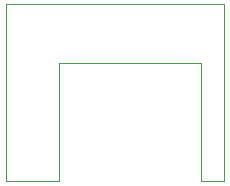
<source format=gbr>
%TF.GenerationSoftware,KiCad,Pcbnew,(6.0.6)*%
%TF.CreationDate,2022-06-25T15:25:50+03:00*%
%TF.ProjectId,EnkooderL,456e6b6f-6f64-4657-924c-2e6b69636164,rev?*%
%TF.SameCoordinates,Original*%
%TF.FileFunction,Profile,NP*%
%FSLAX46Y46*%
G04 Gerber Fmt 4.6, Leading zero omitted, Abs format (unit mm)*
G04 Created by KiCad (PCBNEW (6.0.6)) date 2022-06-25 15:25:50*
%MOMM*%
%LPD*%
G01*
G04 APERTURE LIST*
%TA.AperFunction,Profile*%
%ADD10C,0.050000*%
%TD*%
G04 APERTURE END LIST*
D10*
X158000000Y-80000000D02*
X158000000Y-95000000D01*
X144000000Y-95000000D02*
X139500000Y-95000000D01*
X144000000Y-95000000D02*
X144000000Y-85000000D01*
X144000000Y-85000000D02*
X156000000Y-85000000D01*
X156000000Y-85000000D02*
X156000000Y-95000000D01*
X158000000Y-95000000D02*
X156000000Y-95000000D01*
X139500000Y-95000000D02*
X139500000Y-80000000D01*
X139500000Y-80000000D02*
X158000000Y-80000000D01*
M02*

</source>
